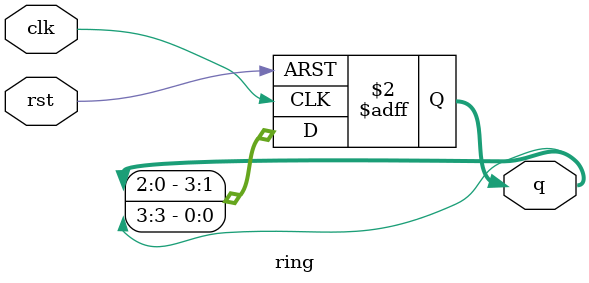
<source format=v>
module ring (input clk,rst,output reg[3:0]q);
always@(posedge clk or posedge rst)begin
if(rst)begin
q<=4'b0001;
end
else begin
q<={q[2:0],q[3]};
end
end
endmodule 

</source>
